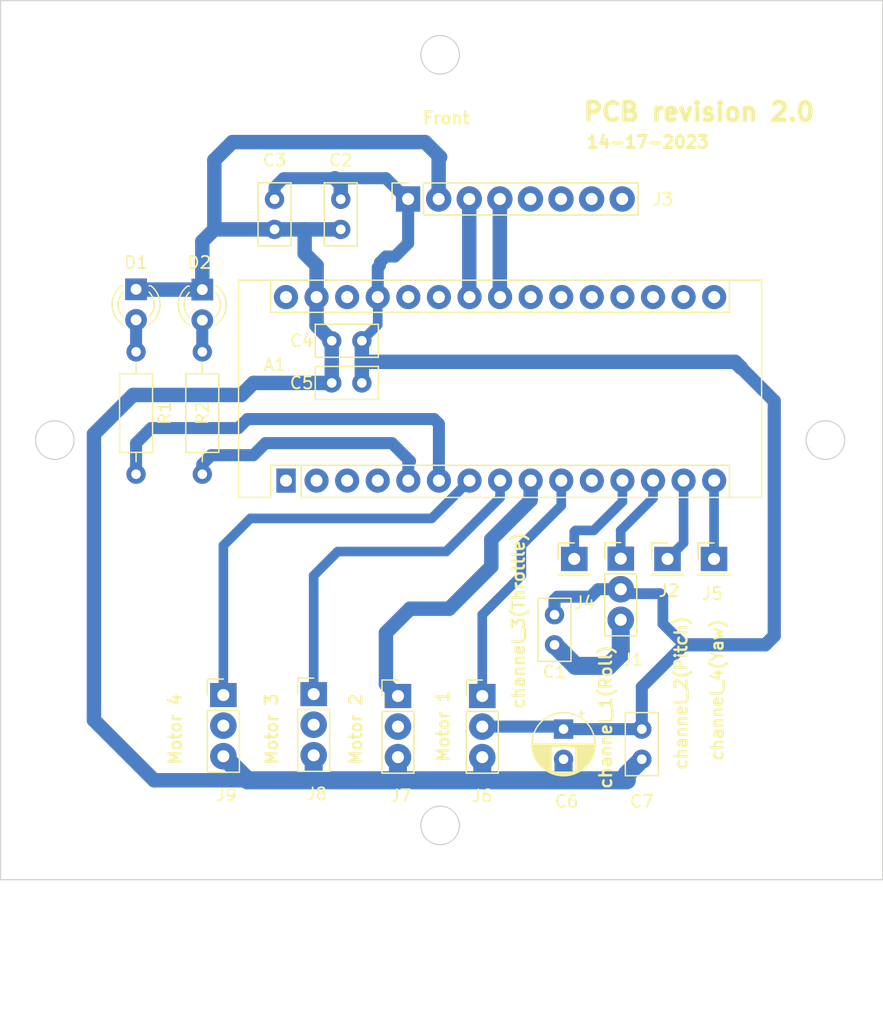
<source format=kicad_pcb>
(kicad_pcb (version 20211014) (generator pcbnew)
  (layers (0 "F.Cu" signal) (31 "B.Cu" signal) (34 "B.Paste" user) (35 "F.Paste" user) (36 "B.SilkS" user "B.Silkscreen") (37 "F.SilkS" user "F.Silkscreen") (38 "B.Mask" user) (39 "F.Mask" user) (44 "Edge.Cuts" user))
  (net 0 "")
  (net 1 "Net-(D1-Pad2)")
  (net 2 "red_led")
  (net 3 "Net-(D2-Pad2)")
  (net 4 "blue_led")
  (net 8 "GND")
  (net 9 "Motor_4")
  (net 10 "Motor_3")
  (net 11 "Motor_2")
  (net 12 "Motor_1")
  (net 14 "throttle")
  (net 15 "roll")
  (net 16 "pitch")
  (net 17 "yaw")
  (net 25 "SDA")
  (net 26 "SCL")
  (net 29 "+5V")
  (footprint "Capacitor_THT:C_Disc_D5.0mm_W2.5mm_P2.50mm" (layer "F.Cu") (at 168.25 108 -90)
    (fp_text reference "C7" (at 6 0 180) (layer "F.SilkS"))
    (fp_text value ".1u")
    (fp_line (start -1.37 -1.37) (end -1.37 1.37) (layer "F.SilkS") (width 0.12))
    (fp_line (start -1.37 1.37) (end 3.87 1.37) (layer "F.SilkS") (width 0.12))
    (fp_line (start -1.37 -1.37) (end 3.87 -1.37) (layer "F.SilkS") (width 0.12))
    (fp_line (start 3.87 -1.37) (end 3.87 1.37) (layer "F.SilkS") (width 0.12))
    (pad "1" thru_hole circle (at 0 0 270) (size 1.6 1.6) (drill 0.8) (layers *.Cu *.Mask) (net 29 "+5V"))
    (pad "2" thru_hole circle (at 2.5 0 270) (size 1.6 1.6) (drill 0.8) (layers *.Cu *.Mask) (net 8 "GND"))
  )
  (footprint "Capacitor_THT:C_Disc_D5.0mm_W2.5mm_P2.50mm" (layer "F.Cu") (at 143.25 64 -90)
    (fp_text reference "C2" (at -3.25 0 180) (layer "F.SilkS"))
    (fp_text value ".1u")
    (fp_line (start -1.37 -1.37) (end 3.87 -1.37) (layer "F.SilkS") (width 0.12))
    (fp_line (start 3.87 -1.37) (end 3.87 1.37) (layer "F.SilkS") (width 0.12))
    (fp_line (start -1.37 1.37) (end 3.87 1.37) (layer "F.SilkS") (width 0.12))
    (fp_line (start -1.37 -1.37) (end -1.37 1.37) (layer "F.SilkS") (width 0.12))
    (pad "1" thru_hole circle (at 0 0 270) (size 1.6 1.6) (drill 0.8) (layers *.Cu *.Mask) (net 29 "+5V"))
    (pad "2" thru_hole circle (at 2.5 0 270) (size 1.6 1.6) (drill 0.8) (layers *.Cu *.Mask) (net 8 "GND"))
  )
  (footprint "Resistor_THT:R_Axial_DIN0207_L6.3mm_D2.5mm_P10.16mm_Horizontal" (layer "F.Cu") (at 131.75 76.67 -90)
    (fp_text reference "R2" (at 5.08 0 90) (layer "F.SilkS"))
    (fp_text value "220")
    (fp_line (start 1.81 -1.37) (end 1.81 1.37) (layer "F.SilkS") (width 0.12))
    (fp_line (start 1.81 1.37) (end 8.35 1.37) (layer "F.SilkS") (width 0.12))
    (fp_line (start 8.35 -1.37) (end 1.81 -1.37) (layer "F.SilkS") (width 0.12))
    (fp_line (start 9.12 0) (end 8.35 0) (layer "F.SilkS") (width 0.12))
    (fp_line (start 8.35 1.37) (end 8.35 -1.37) (layer "F.SilkS") (width 0.12))
    (fp_line (start 1.04 0) (end 1.81 0) (layer "F.SilkS") (width 0.12))
    (pad "1" thru_hole circle (at 0 0 270) (size 1.6 1.6) (drill 0.8) (layers *.Cu *.Mask) (net 3 "Net-(D2-Pad2)"))
    (pad "2" thru_hole oval (at 10.16 0 270) (size 1.6 1.6) (drill 0.8) (layers *.Cu *.Mask) (net 4 "blue_led"))
  )
  (footprint "Capacitor_THT:C_Disc_D5.0mm_W2.5mm_P2.50mm" (layer "F.Cu") (at 145 79.25 180)
    (fp_text reference "C5" (at 5 0 180) (layer "F.SilkS"))
    (fp_text value ".1u")
    (fp_line (start -1.37 -1.37) (end -1.37 1.37) (layer "F.SilkS") (width 0.12))
    (fp_line (start -1.37 1.37) (end 3.87 1.37) (layer "F.SilkS") (width 0.12))
    (fp_line (start -1.37 -1.37) (end 3.87 -1.37) (layer "F.SilkS") (width 0.12))
    (fp_line (start 3.87 -1.37) (end 3.87 1.37) (layer "F.SilkS") (width 0.12))
    (pad "1" thru_hole circle (at 0 0 180) (size 1.6 1.6) (drill 0.8) (layers *.Cu *.Mask) (net 29 "+5V"))
    (pad "2" thru_hole circle (at 2.5 0 180) (size 1.6 1.6) (drill 0.8) (layers *.Cu *.Mask) (net 8 "GND"))
  )
  (footprint "LED_THT:LED_D3.0mm_FlatTop" (layer "F.Cu") (at 126.25 71.475 -90)
    (fp_text reference "D1" (at -2.225 0 180) (layer "F.SilkS"))
    (fp_text value "LED")
    (fp_line (start -0.29 -1.236) (end -0.29 -1.08) (layer "F.SilkS") (width 0.12))
    (fp_line (start -0.29 1.08) (end -0.29 1.236) (layer "F.SilkS") (width 0.12))
    (fp_arc (start -0.29 -1.235516) (mid 1.366487 -1.987659) (end 2.942335 -1.078608) (layer "F.SilkS") (width 0.12))
    (fp_arc (start 0.229039 -1.08) (mid 1.270117 -1.5) (end 2.31113 -1.079837) (layer "F.SilkS") (width 0.12))
    (fp_arc (start 2.942335 1.078608) (mid 1.366487 1.987659) (end -0.29 1.235516) (layer "F.SilkS") (width 0.12))
    (fp_arc (start 2.31113 1.079837) (mid 1.270117 1.5) (end 0.229039 1.08) (layer "F.SilkS") (width 0.12))
    (pad "1" thru_hole rect (at 0 0 270) (size 1.8 1.8) (drill 0.9) (layers *.Cu *.Mask) (net 8 "GND"))
    (pad "2" thru_hole circle (at 2.54 0 270) (size 1.8 1.8) (drill 0.9) (layers *.Cu *.Mask) (net 1 "Net-(D1-Pad2)"))
  )
  (footprint "Resistor_THT:R_Axial_DIN0207_L6.3mm_D2.5mm_P10.16mm_Horizontal" (layer "F.Cu") (at 126.25 76.67 -90)
    (fp_text reference "R1" (at 5.08 -2.37 90) (layer "F.SilkS"))
    (fp_text value "220")
    (fp_line (start 9.12 0) (end 8.35 0) (layer "F.SilkS") (width 0.12))
    (fp_line (start 8.35 1.37) (end 8.35 -1.37) (layer "F.SilkS") (width 0.12))
    (fp_line (start 1.04 0) (end 1.81 0) (layer "F.SilkS") (width 0.12))
    (fp_line (start 1.81 1.37) (end 8.35 1.37) (layer "F.SilkS") (width 0.12))
    (fp_line (start 8.35 -1.37) (end 1.81 -1.37) (layer "F.SilkS") (width 0.12))
    (fp_line (start 1.81 -1.37) (end 1.81 1.37) (layer "F.SilkS") (width 0.12))
    (pad "1" thru_hole circle (at 0 0 270) (size 1.6 1.6) (drill 0.8) (layers *.Cu *.Mask) (net 1 "Net-(D1-Pad2)"))
    (pad "2" thru_hole oval (at 10.16 0 270) (size 1.6 1.6) (drill 0.8) (layers *.Cu *.Mask) (net 2 "red_led"))
  )
  (footprint "Library:PinHeader_1x03_P2.54mm_Vertical_modified" (layer "F.Cu") (at 156.33 114.14)
    (fp_text reference "J6" (at -1.33 -0.6 unlocked) (layer "F.SilkS"))
    (fp_text value "motor1")
    (fp_line (start -2.66 -7.62) (end 0 -7.62) (layer "F.SilkS") (width 0.12))
    (fp_line (start -2.66 -7.62) (end -2.66 -2.48) (layer "F.SilkS") (width 0.12))
    (fp_line (start -2.66 -8.89) (end -2.66 -10.22) (layer "F.SilkS") (width 0.12))
    (fp_line (start -2.66 -10.22) (end -1.33 -10.22) (layer "F.SilkS") (width 0.12))
    (fp_line (start -2.66 -2.48) (end 0 -2.48) (layer "F.SilkS") (width 0.12))
    (fp_line (start 0 -7.62) (end 0 -2.48) (layer "F.SilkS") (width 0.12))
    (pad "1" thru_hole rect (at -1.33 -8.89) (size 2.2 2) (drill 1) (layers *.Cu *.Mask) (net 12 "Motor_1"))
    (pad "2" thru_hole circle (at -1.33 -6.35) (size 2.2 2.2) (drill 1) (layers *.Cu *.Mask) (net 29 "+5V"))
    (pad "3" thru_hole circle (at -1.33 -3.81) (size 2.2 2.2) (drill 1) (layers *.Cu *.Mask) (net 8 "GND"))
  )
  (footprint "Library:PinHeader_1x01_P2.54mm_Vertical_modified" (layer "F.Cu") (at 172.1875 98.2075)
    (fp_text reference "J2" (at -1.6875 -1.7075 unlocked) (layer "F.SilkS"))
    (fp_text value "reciever_channel_2")
    (fp_line (start -3.13 -4.34) (end -3.13 -5.67) (layer "F.SilkS") (width 0.12))
    (fp_line (start -3.13 -3.01) (end -0.47 -3.01) (layer "F.SilkS") (width 0.12))
    (fp_line (start -3.13 -3.07) (end -3.13 -3.01) (layer "F.SilkS") (width 0.12))
    (fp_line (start -3.13 -5.67) (end -1.8 -5.67) (layer "F.SilkS") (width 0.12))
    (fp_line (start -0.47 -3.07) (end -0.47 -3.01) (layer "F.SilkS") (width 0.12))
    (fp_line (start -3.13 -3.07) (end -0.47 -3.07) (layer "F.SilkS") (width 0.12))
    (pad "1" thru_hole rect (at -1.8 -4.34) (size 2.2 2) (drill 1) (layers *.Cu *.Mask) (net 16 "pitch"))
  )
  (footprint "Library:PinHeader_1x01_P2.54mm_Vertical_modified" (layer "F.Cu") (at 176.05 98.2075)
    (fp_text reference "J5" (at -1.9375 -1.4575 unlocked) (layer "F.SilkS"))
    (fp_text value "reciever_channel_4")
    (fp_line (start -3.13 -3.01) (end -0.47 -3.01) (layer "F.SilkS") (width 0.12))
    (fp_line (start -3.13 -3.07) (end -0.47 -3.07) (layer "F.SilkS") (width 0.12))
    (fp_line (start -3.13 -5.67) (end -1.8 -5.67) (layer "F.SilkS") (width 0.12))
    (fp_line (start -3.13 -4.34) (end -3.13 -5.67) (layer "F.SilkS") (width 0.12))
    (fp_line (start -0.47 -3.07) (end -0.47 -3.01) (layer "F.SilkS") (width 0.12))
    (fp_line (start -3.13 -3.07) (end -3.13 -3.01) (layer "F.SilkS") (width 0.12))
    (pad "1" thru_hole rect (at -1.8 -4.34) (size 2.2 2) (drill 1) (layers *.Cu *.Mask) (net 17 "yaw"))
  )
  (footprint "Capacitor_THT:C_Disc_D5.0mm_W2.5mm_P2.50mm" (layer "F.Cu") (at 145 75.75 180)
    (fp_text reference "C4" (at 5 0 180) (layer "F.SilkS"))
    (fp_text value ".1u")
    (fp_line (start -1.37 1.37) (end 3.87 1.37) (layer "F.SilkS") (width 0.12))
    (fp_line (start -1.37 -1.37) (end -1.37 1.37) (layer "F.SilkS") (width 0.12))
    (fp_line (start 3.87 -1.37) (end 3.87 1.37) (layer "F.SilkS") (width 0.12))
    (fp_line (start -1.37 -1.37) (end 3.87 -1.37) (layer "F.SilkS") (width 0.12))
    (pad "1" thru_hole circle (at 0 0 180) (size 1.6 1.6) (drill 0.8) (layers *.Cu *.Mask) (net 29 "+5V"))
    (pad "2" thru_hole circle (at 2.5 0 180) (size 1.6 1.6) (drill 0.8) (layers *.Cu *.Mask) (net 8 "GND"))
  )
  (footprint "Capacitor_THT:C_Disc_D5.0mm_W2.5mm_P2.50mm" (layer "F.Cu") (at 137.75 64 -90)
    (fp_text reference "C3" (at -3.25 0 180) (layer "F.SilkS"))
    (fp_text value ".1u")
    (fp_line (start 3.87 -1.37) (end 3.87 1.37) (layer "F.SilkS") (width 0.12))
    (fp_line (start -1.37 -1.37) (end 3.87 -1.37) (layer "F.SilkS") (width 0.12))
    (fp_line (start -1.37 -1.37) (end -1.37 1.37) (layer "F.SilkS") (width 0.12))
    (fp_line (start -1.37 1.37) (end 3.87 1.37) (layer "F.SilkS") (width 0.12))
    (pad "1" thru_hole circle (at 0 0 270) (size 1.6 1.6) (drill 0.8) (layers *.Cu *.Mask) (net 29 "+5V"))
    (pad "2" thru_hole circle (at 2.5 0 270) (size 1.6 1.6) (drill 0.8) (layers *.Cu *.Mask) (net 8 "GND"))
  )
  (footprint "Library:PinHeader_1x03_P2.54mm_Vertical_modified" (layer "F.Cu") (at 134.83 114.06)
    (fp_text reference "J9" (at -1.08 -0.6 unlocked) (layer "F.SilkS"))
    (fp_text value "motor4")
    (fp_line (start 0 -7.62) (end 0 -2.48) (layer "F.SilkS") (width 0.12))
    (fp_line (start -2.66 -7.62) (end 0 -7.62) (layer "F.SilkS") (width 0.12))
    (fp_line (start -2.66 -8.89) (end -2.66 -10.22) (layer "F.SilkS") (width 0.12))
    (fp_line (start -2.66 -10.22) (end -1.33 -10.22) (layer "F.SilkS") (width 0.12))
    (fp_line (start -2.66 -2.48) (end 0 -2.48) (layer "F.SilkS") (width 0.12))
    (fp_line (start -2.66 -7.62) (end -2.66 -2.48) (layer "F.SilkS") (width 0.12))
    (pad "1" thru_hole rect (at -1.33 -8.89) (size 2.2 2) (drill 1) (layers *.Cu *.Mask) (net 9 "Motor_4"))
    (pad "2" thru_hole circle (at -1.33 -6.35) (size 2.2 2.2) (drill 1) (layers *.Cu *.Mask))
    (pad "3" thru_hole circle (at -1.33 -3.81) (size 2.2 2.2) (drill 1) (layers *.Cu *.Mask) (net 8 "GND"))
  )
  (footprint "Capacitor_THT:CP_Radial_D5.0mm_P2.50mm" (layer "F.Cu") (at 161.75 108 -90)
    (fp_text reference "C6" (at 6 -0.25 180) (layer "F.SilkS"))
    (fp_text value "47 u")
    (fp_line (start 2.051 1.04) (end 2.051 2.455) (layer "F.SilkS") (width 0.12))
    (fp_line (start 3.051 -1.864) (end 3.051 -1.04) (layer "F.SilkS") (width 0.12))
    (fp_line (start 2.211 -2.398) (end 2.211 -1.04) (layer "F.SilkS") (width 0.12))
    (fp_line (start 2.011 -2.468) (end 2.011 -1.04) (layer "F.SilkS") (width 0.12))
    (fp_line (start 1.77 1.04) (end 1.77 2.528) (layer "F.SilkS") (width 0.12))
    (fp_line (start 3.411 1.04) (end 3.411 1.443) (layer "F.SilkS") (width 0.12))
    (fp_line (start 2.851 1.04) (end 2.851 2.035) (layer "F.SilkS") (width 0.12))
    (fp_line (start 2.971 -1.937) (end 2.971 -1.04) (layer "F.SilkS") (width 0.12))
    (fp_line (start 1.57 -2.561) (end 1.57 -1.04) (layer "F.SilkS") (width 0.12))
    (fp_line (start 2.971 1.04) (end 2.971 1.937) (layer "F.SilkS") (width 0.12))
    (fp_line (start 2.011 1.04) (end 2.011 2.468) (layer "F.SilkS") (width 0.12))
    (fp_line (start 1.45 -2.573) (end 1.45 2.573) (layer "F.SilkS") (width 0.12))
    (fp_line (start 2.771 1.04) (end 2.771 2.095) (layer "F.SilkS") (width 0.12))
    (fp_line (start 2.291 -2.365) (end 2.291 -1.04) (layer "F.SilkS") (width 0.12))
    (fp_line (start 3.211 -1.699) (end 3.211 -1.04) (layer "F.SilkS") (width 0.12))
    (fp_line (start 1.41 -2.576) (end 1.41 2.576) (layer "F.SilkS") (width 0.12))
    (fp_line (start 1.69 1.04) (end 1.69 2.543) (layer "F.SilkS") (width 0.12))
    (fp_line (start 3.531 1.04) (end 3.531 1.251) (layer "F.SilkS") (width 0.12))
    (fp_line (start 3.091 1.04) (end 3.091 1.826) (layer "F.SilkS") (width 0.12))
    (fp_line (start 1.65 1.04) (end 1.65 2.55) (layer "F.SilkS") (width 0.12))
    (fp_line (start 2.651 1.04) (end 2.651 2.175) (layer "F.SilkS") (width 0.12))
    (fp_line (start 2.611 -2.2) (end 2.611 -1.04) (layer "F.SilkS") (width 0.12))
    (fp_line (start 2.531 -2.247) (end 2.531 -1.04) (layer "F.SilkS") (width 0.12))
    (fp_line (start 1.81 1.04) (end 1.81 2.52) (layer "F.SilkS") (width 0.12))
    (fp_line (start 1.25 -2.58) (end 1.25 2.58) (layer "F.SilkS") (width 0.12))
    (fp_line (start 3.211 1.04) (end 3.211 1.699) (layer "F.SilkS") (width 0.12))
    (fp_line (start 1.53 1.04) (end 1.53 2.565) (layer "F.SilkS") (width 0.12))
    (fp_line (start 1.89 -2.501) (end 1.89 -1.04) (layer "F.SilkS") (width 0.12))
    (fp_line (start 3.331 1.04) (end 3.331 1.554) (layer "F.SilkS") (width 0.12))
    (fp_line (start 3.411 -1.443) (end 3.411 -1.04) (layer "F.SilkS") (width 0.12))
    (fp_line (start 2.531 1.04) (end 2.531 2.247) (layer "F.SilkS") (width 0.12))
    (fp_line (start 1.93 1.04) (end 1.93 2.491) (layer "F.SilkS") (width 0.12))
    (fp_line (start 1.89 1.04) (end 1.89 2.501) (layer "F.SilkS") (width 0.12))
    (fp_line (start 2.451 -2.29) (end 2.451 -1.04) (layer "F.SilkS") (width 0.12))
    (fp_line (start 1.73 1.04) (end 1.73 2.536) (layer "F.SilkS") (width 0.12))
    (fp_line (start 3.251 -1.653) (end 3.251 -1.04) (layer "F.SilkS") (width 0.12))
    (fp_line (start 2.691 1.04) (end 2.691 2.149) (layer "F.SilkS") (width 0.12))
    (fp_line (start 3.051 1.04) (end 3.051 1.864) (layer "F.SilkS") (width 0.12))
    (fp_line (start 2.091 1.04) (end 2.091 2.442) (layer "F.SilkS") (width 0.12))
    (fp_line (start 2.411 -2.31) (end 2.411 -1.04) (layer "F.SilkS") (width 0.12))
    (fp_line (start 2.171 1.04) (end 2.171 2.414) (layer "F.SilkS") (width 0.12))
    (fp_line (start 2.091 -2.442) (end 2.091 -1.04) (layer "F.SilkS") (width 0.12))
    (fp_line (start 2.891 1.04) (end 2.891 2.004) (layer "F.SilkS") (width 0.12))
    (fp_line (start 1.49 1.04) (end 1.49 2.569) (layer "F.SilkS") (width 0.12))
    (fp_line (start 3.291 1.04) (end 3.291 1.605) (layer "F.SilkS") (width 0.12))
    (fp_line (start 3.171 1.04) (end 3.171 1.743) (layer "F.SilkS") (width 0.12))
    (fp_line (start -1.554775 -1.475) (end -1.054775 -1.475) (layer "F.SilkS") (width 0.12))
    (fp_line (start 1.971 -2.48) (end 1.971 -1.04) (layer "F.SilkS") (width 0.12))
    (fp_line (start 1.93 -2.491) (end 1.93 -1.04) (layer "F.SilkS") (width 0.12))
    (fp_line (start 2.771 -2.095) (end 2.771 -1.04) (layer "F.SilkS") (width 0.12))
    (fp_line (start 1.85 -2.511) (end 1.85 -1.04) (layer "F.SilkS") (width 0.12))
    (fp_line (start 1.65 -2.55) (end 1.65 -1.04) (layer "F.SilkS") (width 0.12))
    (fp_line (start 2.731 1.04) (end 2.731 2.122) (layer "F.SilkS") (width 0.12))
    (fp_line (start 3.371 1.04) (end 3.371 1.5) (layer "F.SilkS") (width 0.12))
    (fp_line (start 2.251 -2.382) (end 2.251 -1.04) (layer "F.SilkS") (width 0.12))
    (fp_line (start 2.931 1.04) (end 2.931 1.971) (layer "F.SilkS") (width 0.12))
    (fp_line (start 3.771 -0.677) (end 3.771 0.677) (layer "F.SilkS") (width 0.12))
    (fp_line (start 1.81 -2.52) (end 1.81 -1.04) (layer "F.SilkS") (width 0.12))
    (fp_line (start 3.451 1.04) (end 3.451 1.383) (layer "F.SilkS") (width 0.12))
    (fp_line (start 2.171 -2.414) (end 2.171 -1.04) (layer "F.SilkS") (width 0.12))
    (fp_line (start 1.971 1.04) (end 1.971 2.48) (layer "F.SilkS") (width 0.12))
    (fp_line (start 2.331 -2.348) (end 2.331 -1.04) (layer "F.SilkS") (width 0.12))
    (fp_line (start 1.61 -2.556) (end 1.61 -1.04) (layer "F.SilkS") (width 0.12))
    (fp_line (start 2.571 1.04) (end 2.571 2.224) (layer "F.SilkS") (width 0.12))
    (fp_line (start 2.051 -2.455) (end 2.051 -1.04) (layer "F.SilkS") (width 0.12))
    (fp_line (start 2.131 -2.428) (end 2.131 -1.04) (layer "F.SilkS") (width 0.12))
    (fp_line (start 2.131 1.04) (end 2.131 2.428) (layer "F.SilkS") (width 0.12))
    (fp_line (start 2.731 -2.122) (end 2.731 -1.04) (layer "F.SilkS") (width 0.12))
    (fp_line (start 2.491 -2.268) (end 2.491 -1.04) (layer "F.SilkS") (width 0.12))
    (fp_line (start 1.69 -2.543) (end 1.69 -1.04) (layer "F.SilkS") (width 0.12))
    (fp_line (start 3.691 -0.915) (end 3.691 0.915) (layer "F.SilkS") (width 0.12))
    (fp_line (start 2.291 1.04) (end 2.291 2.365) (layer "F.SilkS") (width 0.12))
    (fp_line (start 2.611 1.04) (end 2.611 2.2) (layer "F.SilkS") (width 0.12))
    (fp_line (start 3.131 -1.785) (end 3.131 -1.04) (layer "F.SilkS") (width 0.12))
    (fp_line (start 2.491 1.04) (end 2.491 2.268) (layer "F.SilkS") (width 0.12))
    (fp_line (start 2.331 1.04) (end 2.331 2.348) (layer "F.SilkS") (width 0.12))
    (fp_line (start 3.091 -1.826) (end 3.091 -1.04) (layer "F.SilkS") (width 0.12))
    (fp_line (start 3.811 -0.518) (end 3.811 0.518) (layer "F.SilkS") (width 0.12))
    (fp_line (start 2.811 -2.065) (end 2.811 -1.04) (layer "F.SilkS") (width 0.12))
    (fp_line (start 3.331 -1.554) (end 3.331 -1.04) (layer "F.SilkS") (width 0.12))
    (fp_line (start 3.171 -1.743) (end 3.171 -1.04) (layer "F.SilkS") (width 0.12))
    (fp_line (start 2.571 -2.224) (end 2.571 -1.04) (layer "F.SilkS") (width 0.12))
    (fp_line (start 2.371 1.04) (end 2.371 2.329) (layer "F.SilkS") (width 0.12))
    (fp_line (start 3.371 -1.5) (end 3.371 -1.04) (layer "F.SilkS") (width 0.12))
    (fp_line (start 2.931 -1.971) (end 2.931 -1.04) (layer "F.SilkS") (width 0.12))
    (fp_line (start 1.49 -2.569) (end 1.49 -1.04) (layer "F.SilkS") (width 0.12))
    (fp_line (start 3.731 -0.805) (end 3.731 0.805) (layer "F.SilkS") (width 0.12))
    (fp_line (start 2.811 1.04) (end 2.811 2.065) (layer "F.SilkS") (width 0.12))
    (fp_line (start 2.651 -2.175) (end 2.651 -1.04) (layer "F.SilkS") (width 0.12))
    (fp_line (start 3.651 -1.011) (end 3.651 1.011) (layer "F.SilkS") (width 0.12))
    (fp_line (start 2.211 1.04) (end 2.211 2.398) (layer "F.SilkS") (width 0.12))
    (fp_line (start 2.851 -2.035) (end 2.851 -1.04) (layer "F.SilkS") (width 0.12))
    (fp_line (start 1.57 1.04) (end 1.57 2.561) (layer "F.SilkS") (width 0.12))
    (fp_line (start 1.37 -2.578) (end 1.37 2.578) (layer "F.SilkS") (width 0.12))
    (fp_line (start 3.451 -1.383) (end 3.451 -1.04) (layer "F.SilkS") (width 0.12))
    (fp_line (start 3.011 -1.901) (end 3.011 -1.04) (layer "F.SilkS") (width 0.12))
    (fp_line (start 2.411 1.04) (end 2.411 2.31) (layer "F.SilkS") (width 0.12))
    (fp_line (start 2.451 1.04) (end 2.451 2.29) (layer "F.SilkS") (width 0.12))
    (fp_line (start 3.571 -1.178) (end 3.571 1.178) (layer "F.SilkS") (width 0.12))
    (fp_line (start 1.77 -2.528) (end 1.77 -1.04) (layer "F.SilkS") (width 0.12))
    (fp_line (start 1.85 1.04) (end 1.85 2.511) (layer "F.SilkS") (width 0.12))
    (fp_line (start 2.251 1.04) (end 2.251 2.382) (layer "F.SilkS") (width 0.12))
    (fp_line (start 2.371 -2.329) (end 2.371 -1.04) (layer "F.SilkS") (width 0.12))
    (fp_line (start 1.29 -2.58) (end 1.29 2.58) (layer "F.SilkS") (width 0.12))
    (fp_line (start 1.73 -2.536) (end 1.73 -1.04) (layer "F.SilkS") (width 0.12))
    (fp_line (start 3.531 -1.251) (end 3.531 -1.04) (layer "F.SilkS") (width 0.12))
    (fp_line (start 3.491 1.04) (end 3.491 1.319) (layer "F.SilkS") (width 0.12))
    (fp_line (start 3.131 1.04) (end 3.131 1.785) (layer "F.SilkS") (width 0.12))
    (fp_line (start 3.611 -1.098) (end 3.611 1.098) (layer "F.SilkS") (width 0.12))
    (fp_line (start 1.53 -2.565) (end 1.53 -1.04) (layer "F.SilkS") (width 0.12))
    (fp_line (start 2.691 -2.149) (end 2.691 -1.04) (layer "F.SilkS") (width 0.12))
    (fp_line (start 3.251 1.04) (end 3.251 1.653) (layer "F.SilkS") (width 0.12))
    (fp_line (start 3.491 -1.319) (end 3.491 -1.04) (layer "F.SilkS") (width 0.12))
    (fp_line (start 3.011 1.04) (end 3.011 1.901) (layer "F.SilkS") (width 0.12))
    (fp_line (start 1.33 -2.579) (end 1.33 2.579) (layer "F.SilkS") (width 0.12))
    (fp_line (start 1.61 1.04) (end 1.61 2.556) (layer "F.SilkS") (width 0.12))
    (fp_line (start 3.291 -1.605) (end 3.291 -1.04) (layer "F.SilkS") (width 0.12))
    (fp_line (start 2.891 -2.004) (end 2.891 -1.04) (layer "F.SilkS") (width 0.12))
    (fp_line (start 3.851 -0.284) (end 3.851 0.284) (layer "F.SilkS") (width 0.12))
    (fp_line (start -1.304775 -1.725) (end -1.304775 -1.225) (layer "F.SilkS") (width 0.12))
    (fp_circle (center 1.25 0) (end 3.87 0) (layer "F.SilkS") (width 0.12) (fill none))
    (pad "1" thru_hole rect (at 0 0 270) (size 1.6 1.6) (drill 0.8) (layers *.Cu *.Mask) (net 29 "+5V"))
    (pad "2" thru_hole circle (at 2.5 0 270) (size 1.6 1.6) (drill 0.8) (layers *.Cu *.Mask) (net 8 "GND"))
  )
  (footprint "Library:PinHeader_1x03_P2.54mm_Vertical_modified" (layer "F.Cu") (at 142.33 113.9825)
    (fp_text reference "J8" (at -1.08 -0.6 unlocked) (layer "F.SilkS"))
    (fp_text value "motor3")
    (fp_line (start -2.66 -7.62) (end 0 -7.62) (layer "F.SilkS") (width 0.12))
    (fp_line (start -2.66 -10.22) (end -1.33 -10.22) (layer "F.SilkS") (width 0.12))
    (fp_line (start -2.66 -8.89) (end -2.66 -10.22) (layer "F.SilkS") (width 0.12))
    (fp_line (start 0 -7.62) (end 0 -2.48) (layer "F.SilkS") (width 0.12))
    (fp_line (start -2.66 -7.62) (end -2.66 -2.48) (layer "F.SilkS") (width 0.12))
    (fp_line (start -2.66 -2.48) (end 0 -2.48) (layer "F.SilkS") (width 0.12))
    (pad "1" thru_hole rect (at -1.33 -8.89) (size 2.2 2) (drill 1) (layers *.Cu *.Mask) (net 10 "Motor_3"))
    (pad "2" thru_hole circle (at -1.33 -6.35) (size 2.2 2.2) (drill 1) (layers *.Cu *.Mask))
    (pad "3" thru_hole circle (at -1.33 -3.81) (size 2.2 2.2) (drill 1) (layers *.Cu *.Mask) (net 8 "GND"))
  )
  (footprint "Library:PinHeader_1x03_P2.54mm_Vertical_modified" (layer "F.Cu") (at 167.83 102.7325)
    (fp_text reference "J1" (at -0.33 -0.4825 unlocked) (layer "F.SilkS"))
    (fp_text value "reciever_channel_1")
    (fp_line (start -2.66 -7.62) (end 0 -7.62) (layer "F.SilkS") (width 0.12))
    (fp_line (start 0 -7.62) (end 0 -2.48) (layer "F.SilkS") (width 0.12))
    (fp_line (start -2.66 -2.48) (end 0 -2.48) (layer "F.SilkS") (width 0.12))
    (fp_line (start -2.66 -10.22) (end -1.33 -10.22) (layer "F.SilkS") (width 0.12))
    (fp_line (start -2.66 -7.62) (end -2.66 -2.48) (layer "F.SilkS") (width 0.12))
    (fp_line (start -2.66 -8.89) (end -2.66 -10.22) (layer "F.SilkS") (width 0.12))
    (pad "1" thru_hole rect (at -1.33 -8.89) (size 2.2 2) (drill 1) (layers *.Cu *.Mask) (net 15 "roll"))
    (pad "2" thru_hole circle (at -1.33 -6.35) (size 2.2 2.2) (drill 1) (layers *.Cu *.Mask) (net 29 "+5V"))
    (pad "3" thru_hole circle (at -1.33 -3.81) (size 2.2 2.2) (drill 1) (layers *.Cu *.Mask) (net 8 "GND"))
  )
  (footprint "Library:PinSocket_1x08_P2.54mm_Vertical_modified" (layer "F.Cu") (at 170.49 65.185 90)
    (fp_text reference "J3" (at 1.185 -0.5 unlocked) (layer "F.SilkS"))
    (fp_text value "MPU 6050 module female header")
    (fp_line (start 2.54 -22.98) (end 2.54 -21.65) (layer "F.SilkS") (width 0.12))
    (fp_line (start 2.54 -20.38) (end 2.54 -2.54) (layer "F.SilkS") (width 0.12))
    (fp_line (start 1.21 -22.98) (end 2.54 -22.98) (layer "F.SilkS") (width 0.12))
    (fp_line (start -0.12 -20.38) (end 2.54 -20.38) (layer "F.SilkS") (width 0.12))
    (fp_line (start -0.12 -20.38) (end -0.12 -2.54) (layer "F.SilkS") (width 0.12))
    (fp_line (start -0.12 -2.54) (end 2.54 -2.54) (layer "F.SilkS") (width 0.12))
    (pad "1" thru_hole rect (at 1.21 -21.65 90) (size 2.1 2) (drill 1) (layers *.Cu *.Mask) (net 29 "+5V"))
    (pad "2" thru_hole circle (at 1.21 -19.11 90) (size 2.1 2.1) (drill 1) (layers *.Cu *.Mask) (net 8 "GND"))
    (pad "3" thru_hole circle (at 1.21 -16.57 90) (size 2.1 2.1) (drill 1) (layers *.Cu *.Mask) (net 26 "SCL"))
    (pad "4" thru_hole circle (at 1.21 -14.03 90) (size 2.1 2.1) (drill 1) (layers *.Cu *.Mask) (net 25 "SDA"))
    (pad "5" thru_hole circle (at 1.21 -11.49 90) (size 2.1 2.1) (drill 1) (layers *.Cu *.Mask))
    (pad "6" thru_hole circle (at 1.21 -8.95 90) (size 2.1 2.1) (drill 1) (layers *.Cu *.Mask))
    (pad "7" thru_hole circle (at 1.21 -6.41 90) (size 2.1 2.1) (drill 1) (layers *.Cu *.Mask))
    (pad "8" thru_hole circle (at 1.21 -3.87 90) (size 2.1 2.1) (drill 1) (layers *.Cu *.Mask))
  )
  (footprint "Capacitor_THT:C_Disc_D5.0mm_W2.5mm_P2.50mm" (layer "F.Cu") (at 161 98.5 -90)
    (fp_text reference "C1" (at 4.75 0 180) (layer "F.SilkS"))
    (fp_text value ".1u")
    (fp_line (start -1.37 -1.37) (end 3.87 -1.37) (layer "F.SilkS") (width 0.12))
    (fp_line (start -1.37 1.37) (end 3.87 1.37) (layer "F.SilkS") (width 0.12))
    (fp_line (start -1.37 -1.37) (end -1.37 1.37) (layer "F.SilkS") (width 0.12))
    (fp_line (start 3.87 -1.37) (end 3.87 1.37) (layer "F.SilkS") (width 0.12))
    (pad "1" thru_hole circle (at 0 0 270) (size 1.6 1.6) (drill 0.8) (layers *.Cu *.Mask) (net 29 "+5V"))
    (pad "2" thru_hole circle (at 2.5 0 270) (size 1.6 1.6) (drill 0.8) (layers *.Cu *.Mask) (net 8 "GND"))
  )
  (footprint "Library:PinHeader_1x01_P2.54mm_Vertical_modified" (layer "F.Cu") (at 164.4375 98.2075)
    (fp_text reference "J4" (at -0.9375 -0.7075 unlocked) (layer "F.SilkS"))
    (fp_text value "reciever_channel_3")
    (fp_line (start -3.13 -5.67) (end -1.8 -5.67) (layer "F.SilkS") (width 0.12))
    (fp_line (start -3.13 -4.34) (end -3.13 -5.67) (layer "F.SilkS") (width 0.12))
    (fp_line (start -3.13 -3.01) (end -0.47 -3.01) (layer "F.SilkS") (width 0.12))
    (fp_line (start -3.13 -3.07) (end -0.47 -3.07) (layer "F.SilkS") (width 0.12))
    (fp_line (start -0.47 -3.07) (end -0.47 -3.01) (layer "F.SilkS") (width 0.12))
    (fp_line (start -3.13 -3.07) (end -3.13 -3.01) (layer "F.SilkS") (width 0.12))
    (pad "1" thru_hole rect (at -1.8 -4.34) (size 2.2 2) (drill 1) (layers *.Cu *.Mask) (net 14 "throttle"))
  )
  (footprint "LED_THT:LED_D3.0mm_FlatTop" (layer "F.Cu") (at 131.75 71.5 -90)
    (fp_text reference "D2" (at -2.25 0.25 180) (layer "F.SilkS"))
    (fp_text value "LED")
    (fp_line (start -0.29 1.08) (end -0.29 1.236) (layer "F.SilkS") (width 0.12))
    (fp_line (start -0.29 -1.236) (end -0.29 -1.08) (layer "F.SilkS") (width 0.12))
    (fp_arc (start 0.229039 -1.08) (mid 1.270117 -1.5) (end 2.31113 -1.079837) (layer "F.SilkS") (width 0.12))
    (fp_arc (start -0.29 -1.235516) (mid 1.366487 -1.987659) (end 2.942335 -1.078608) (layer "F.SilkS") (width 0.12))
    (fp_arc (start 2.942335 1.078608) (mid 1.366487 1.987659) (end -0.29 1.235516) (layer "F.SilkS") (width 0.12))
    (fp_arc (start 2.31113 1.079837) (mid 1.270117 1.5) (end 0.229039 1.08) (layer "F.SilkS") (width 0.12))
    (pad "1" thru_hole rect (at 0 0 270) (size 1.8 1.8) (drill 0.9) (layers *.Cu *.Mask) (net 8 "GND"))
    (pad "2" thru_hole circle (at 2.54 0 270) (size 1.8 1.8) (drill 0.9) (layers *.Cu *.Mask) (net 3 "Net-(D2-Pad2)"))
  )
  (footprint "Library:Arduino_Nano_modified0" (layer "F.Cu") (at 138.7 87.36 90)
    (fp_text reference "A1" (at 9.61 -0.95 180) (layer "F.SilkS"))
    (fp_text value "Arduino_Nano_v2.x")
    (fp_line (start 16.64 39.5) (end 16.64 -3.94) (layer "F.SilkS") (width 0.12))
    (fp_line (start -1.4 1.27) (end -1.4 39.5) (layer "F.SilkS") (width 0.12))
    (fp_line (start 13.97 -1.27) (end 13.97 36.83) (layer "F.SilkS") (width 0.12))
    (fp_line (start 1.27 1.27) (end 1.27 -1.27) (layer "F.SilkS") (width 0.12))
    (fp_line (start -1.4 -3.94) (end -1.4 -1.27) (layer "F.SilkS") (width 0.12))
    (fp_line (start 13.97 36.83) (end 16.64 36.83) (layer "F.SilkS") (width 0.12))
    (fp_line (start 13.97 -1.27) (end 16.64 -1.27) (layer "F.SilkS") (width 0.12))
    (fp_line (start 1.27 1.27) (end -1.4 1.27) (layer "F.SilkS") (width 0.12))
    (fp_line (start 1.27 -1.27) (end -1.4 -1.27) (layer "F.SilkS") (width 0.12))
    (fp_line (start -1.4 39.5) (end 16.64 39.5) (layer "F.SilkS") (width 0.12))
    (fp_line (start 1.27 1.27) (end 1.27 36.83) (layer "F.SilkS") (width 0.12))
    (fp_line (start 1.27 36.83) (end -1.4 36.83) (layer "F.SilkS") (width 0.12))
    (fp_line (start 16.64 -3.94) (end -1.4 -3.94) (layer "F.SilkS") (width 0.12))
    (pad "1" thru_hole rect (at 0 0 90) (size 2 1.6) (drill 1) (layers *.Cu *.Mask))
    (pad "2" thru_hole circle (at 0 2.54 90) (size 2 2) (drill 1) (layers *.Cu *.Mask))
    (pad "3" thru_hole circle (at 0 5.08 90) (size 2 2) (drill 1) (layers *.Cu *.Mask))
    (pad "4" thru_hole circle (at 0 7.62 90) (size 2 2) (drill 1) (layers *.Cu *.Mask) (net 8 "GND"))
    (pad "5" thru_hole circle (at 0 10.16 90) (size 2 2) (drill 1) (layers *.Cu *.Mask) (net 4 "blue_led"))
    (pad "6" thru_hole circle (at 0 12.7 90) (size 2 2) (drill 1) (layers *.Cu *.Mask) (net 2 "red_led"))
    (pad "7" thru_hole circle (at 0 15.24 90) (size 2 2) (drill 1) (layers *.Cu *.Mask) (net 9 "Motor_4"))
    (pad "8" thru_hole circle (at 0 17.78 90) (size 2 2) (drill 1) (layers *.Cu *.Mask) (net 10 "Motor_3"))
    (pad "9" thru_hole circle (at 0 20.32 90) (size 2 2) (drill 1) (layers *.Cu *.Mask) (net 11 "Motor_2"))
    (pad "10" thru_hole circle (at 0 22.86 90) (size 2 2) (drill 1) (layers *.Cu *.Mask) (net 12 "Motor_1"))
    (pad "11" thru_hole circle (at 0 25.4 90) (size 2 2) (drill 1) (layers *.Cu *.Mask))
    (pad "12" thru_hole circle (at 0 27.94 90) (size 2 2) (drill 1) (layers *.Cu *.Mask) (net 14 "throttle"))
    (pad "13" thru_hole circle (at 0 30.48 90) (size 2 2) (drill 1) (layers *.Cu *.Mask) (net 15 "roll"))
    (pad "14" thru_hole circle (at 0 33.02 90) (size 2 2) (drill 1) (layers *.Cu *.Mask) (net 16 "pitch"))
    (pad "15" thru_hole circle (at 0 35.56 90) (size 2 2) (drill 1) (layers *.Cu *.Mask) (net 17 "yaw"))
    (pad "16" thru_hole circle (at 15.24 35.56 90) (size 2 2) (drill 1) (layers *.Cu *.Mask))
    (pad "17" thru_hole circle (at 15.24 33.02 90) (size 2 2) (drill 1) (layers *.Cu *.Mask))
    (pad "18" thru_hole circle (at 15.24 30.48 90) (size 2 2) (drill 1) (layers *.Cu *.Mask))
    (pad "19" thru_hole circle (at 15.24 27.94 90) (size 2 2) (drill 1) (layers *.Cu *.Mask))
    (pad "20" thru_hole circle (at 15.24 25.4 90) (size 2 2) (drill 1) (layers *.Cu *.Mask))
    (pad "21" thru_hole circle (at 15.24 22.86 90) (size 2 2) (drill 1) (layers *.Cu *.Mask))
    (pad "22" thru_hole circle (at 15.24 20.32 90) (size 2 2) (drill 1) (layers *.Cu *.Mask))
    (pad "23" thru_hole circle (at 15.24 17.78 90) (size 2 2) (drill 1) (layers *.Cu *.Mask) (net 25 "SDA"))
    (pad "24" thru_hole circle (at 15.24 15.24 90) (size 2 2) (drill 1) (layers *.Cu *.Mask) (net 26 "SCL"))
    (pad "25" thru_hole circle (at 15.24 12.7 90) (size 2 2) (drill 1) (layers *.Cu *.Mask))
    (pad "26" thru_hole circle (at 15.24 10.16 90) (size 2 2) (drill 1) (layers *.Cu *.Mask))
    (pad "27" thru_hole circle (at 15.24 7.62 90) (size 2 2) (drill 1) (layers *.Cu *.Mask) (net 29 "+5V"))
    (pad "28" thru_hole circle (at 15.24 5.08 90) (size 2 2) (drill 1) (layers *.Cu *.Mask))
    (pad "29" thru_hole circle (at 15.24 2.54 90) (size 2 2) (drill 1) (layers *.Cu *.Mask) (net 8 "GND"))
    (pad "30" thru_hole circle (at 15.24 0 90) (size 2 2) (drill 1) (layers *.Cu *.Mask))
  )
  (footprint "Library:PinHeader_1x03_P2.54mm_Vertical_modified" (layer "F.Cu") (at 149.33 114.14)
    (fp_text reference "J7" (at -1.08 -0.6 unlocked) (layer "F.SilkS"))
    (fp_text value "motor2")
    (fp_line (start -2.66 -7.62) (end 0 -7.62) (layer "F.SilkS") (width 0.12))
    (fp_line (start -2.66 -7.62) (end -2.66 -2.48) (layer "F.SilkS") (width 0.12))
    (fp_line (start -2.66 -2.48) (end 0 -2.48) (layer "F.SilkS") (width 0.12))
    (fp_line (start -2.66 -10.22) (end -1.33 -10.22) (layer "F.SilkS") (width 0.12))
    (fp_line (start -2.66 -8.89) (end -2.66 -10.22) (layer "F.SilkS") (width 0.12))
    (fp_line (start 0 -7.62) (end 0 -2.48) (layer "F.SilkS") (width 0.12))
    (pad "1" thru_hole rect (at -1.33 -8.89) (size 2.2 2) (drill 1) (layers *.Cu *.Mask) (net 11 "Motor_2"))
    (pad "2" thru_hole circle (at -1.33 -6.35) (size 2.2 2.2) (drill 1) (layers *.Cu *.Mask))
    (pad "3" thru_hole circle (at -1.33 -3.81) (size 2.2 2.2) (drill 1) (layers *.Cu *.Mask) (net 8 "GND"))
  )
  (gr_circle (center 151.5 116) (end 152.75 115) (layer "Edge.Cuts") (width 0.1) (fill none))
  (gr_line (start 188.25 120.5) (end 115 120.5) (layer "Edge.Cuts") (width 0.1))
  (gr_circle (center 151.5 52) (end 152.75 51) (layer "Edge.Cuts") (width 0.1) (fill none))
  (gr_circle (center 183.5 84) (end 184.5 82.75) (layer "Edge.Cuts") (width 0.1) (fill none))
  (gr_line (start 115 120.5) (end 115 47.5) (layer "Edge.Cuts") (width 0.1))
  (gr_line (start 188.25 47.5) (end 188.25 120.5) (layer "Edge.Cuts") (width 0.1))
  (gr_circle (center 119.5 84) (end 120.5 82.75) (layer "Edge.Cuts") (width 0.1) (fill none))
  (gr_line (start 115 47.5) (end 188.25 47.5) (layer "Edge.Cuts") (width 0.1))
  (gr_text "channel_2(Pitch)" (at 171.5 105 90) (layer "F.SilkS") (effects (font (size 1 1) (thickness 0.2))))
  (gr_text "channel_3(Throttle)" (at 158 99 90) (layer "F.SilkS") (effects (font (size 1 1) (thickness 0.2))))
  (gr_text "Front" (at 152 57.25) (layer "F.SilkS") (effects (font (size 1 1) (thickness 0.2))))
  (gr_text "Motor 4\n" (at 129.5 108 90) (layer "F.SilkS") (effects (font (size 1 1) (thickness 0.2))))
  (gr_text "channel_4(Yaw)" (at 174.5 104.75 90) (layer "F.SilkS") (effects (font (size 1 1) (thickness 0.2))))
  (gr_text "Motor 3\n" (at 137.5 108 90) (layer "F.SilkS") (effects (font (size 1 1) (thickness 0.2))))
  (gr_text "14-17-2023" (at 168.75 59.25) (layer "F.SilkS") (effects (font (size 1 1) (thickness 0.25))))
  (gr_text "channel_1(Roll)" (at 165.25 107 90) (layer "F.SilkS") (effects (font (size 1 1) (thickness 0.2))))
  (gr_text "PCB revision 2.0\n" (at 173 56.75) (layer "F.SilkS") (effects (font (size 1.5 1.5) (thickness 0.375))))
  (gr_text "Motor 2\n" (at 144.5 108 90) (layer "F.SilkS") (effects (font (size 1 1) (thickness 0.2))))
  (gr_text "Motor 1" (at 151.75 107.75 90) (layer "F.SilkS") (effects (font (size 1 1) (thickness 0.2))))
  (segment (start 126.25 76.67) (end 126.25 74.015) (width 1) (layer "B.Cu") (net 1))
  (segment (start 135.5 82.25) (end 134.75 83) (width 1) (layer "B.Cu") (net 2))
  (segment (start 151.4 82.65) (end 151 82.25) (width 1) (layer "B.Cu") (net 2))
  (segment (start 134.75 83) (end 127.5 83) (width 1) (layer "B.Cu") (net 2))
  (segment (start 151 82.25) (end 135.5 82.25) (width 1) (layer "B.Cu") (net 2))
  (segment (start 126.25 84.25) (end 126.25 86.83) (width 1) (layer "B.Cu") (net 2))
  (segment (start 151.4 87.36) (end 151.4 82.65) (width 1) (layer "B.Cu") (net 2))
  (segment (start 151.75 87.01) (end 151.4 87.36) (width 0.7) (layer "B.Cu") (net 2))
  (segment (start 127.5 83) (end 126.25 84.25) (width 1) (layer "B.Cu") (net 2))
  (segment (start 131.75 76.67) (end 131.75 74.04) (width 1) (layer "B.Cu") (net 3))
  (segment (start 132.5 85.25) (end 136 85.25) (width 1) (layer "B.Cu") (net 4))
  (segment (start 136 85.25) (end 137 84.25) (width 1) (layer "B.Cu") (net 4))
  (segment (start 137 84.25) (end 147.5 84.25) (width 1) (layer "B.Cu") (net 4))
  (segment (start 131.75 86.83) (end 131.75 86) (width 1) (layer "B.Cu") (net 4))
  (segment (start 149 85.75) (end 148.86 85.89) (width 1) (layer "B.Cu") (net 4))
  (segment (start 148.86 85.89) (end 148.86 87.36) (width 1) (layer "B.Cu") (net 4))
  (segment (start 131.75 86) (end 132.5 85.25) (width 1) (layer "B.Cu") (net 4))
  (segment (start 147.5 84.25) (end 149 85.75) (width 1) (layer "B.Cu") (net 4))
  (segment (start 133.5 110.25) (end 135.5 112.25) (width 1.5) (layer "B.Cu") (net 8))
  (segment (start 161.75 110.5) (end 161.75 112.25) (width 1.5) (layer "B.Cu") (net 8))
  (segment (start 148 110.33) (end 148 112.25) (width 1.5) (layer "B.Cu") (net 8))
  (segment (start 166.5 101.75) (end 166.5 98.9225) (width 1.5) (layer "B.Cu") (net 8))
  (segment (start 142.5 79.25) (end 136 79.25) (width 1.2) (layer "B.Cu") (net 8))
  (segment (start 151.38 60.62) (end 151.5 60.5) (width 1.2) (layer "B.Cu") (net 8))
  (segment (start 151.38 63.975) (end 151.38 60.62) (width 1.2) (layer "B.Cu") (net 8))
  (segment (start 134.25 59.25) (end 132.75 60.75) (width 1.2) (layer "B.Cu") (net 8))
  (segment (start 141 110.1725) (end 141 112) (width 1.5) (layer "B.Cu") (net 8))
  (segment (start 155 112) (end 155.25 112.25) (width 1.5) (layer "B.Cu") (net 8))
  (segment (start 140.25 66.5) (end 140.25 68.5) (width 1.2) (layer "B.Cu") (net 8))
  (segment (start 141.24 72.12) (end 141.24 74.49) (width 1.2) (layer "B.Cu") (net 8))
  (segment (start 135 80.25) (end 126 80.25) (width 1.2) (layer "B.Cu") (net 8))
  (segment (start 131.75 71.5) (end 126.275 71.5) (width 1.2) (layer "B.Cu") (net 8))
  (segment (start 155 110.33) (end 155 112) (width 1.5) (layer "B.Cu") (net 8))
  (segment (start 137.75 66.5) (end 132.75 66.5) (width 1.2) (layer "B.Cu") (net 8))
  (segment (start 141.24 69.51) (end 141.24 72.12) (width 1.2) (layer "B.Cu") (net 8))
  (segment (start 140.75 112.25) (end 148 112.25) (width 1.5) (layer "B.Cu") (net 8))
  (segment (start 161 101) (end 162.75 102.75) (width 1.5) (layer "B.Cu") (net 8))
  (segment (start 162.75 102.75) (end 165.5 102.75) (width 1.5) (layer "B.Cu") (net 8))
  (segment (start 122.75 83.5) (end 122.75 107.25) (width 1.2) (layer "B.Cu") (net 8))
  (segment (start 135.5 112.25) (end 140.75 112.25) (width 1.5) (layer "B.Cu") (net 8))
  (segment (start 141 112) (end 140.75 112.25) (width 1.5) (layer "B.Cu") (net 8))
  (segment (start 126 80.25) (end 122.75 83.5) (width 1.2) (layer "B.Cu") (net 8))
  (segment (start 150.25 59.25) (end 134.25 59.25) (width 1.2) (layer "B.Cu") (net 8))
  (segment (start 165.5 102.75) (end 166.5 101.75) (width 1.5) (layer "B.Cu") (net 8))
  (segment (start 131.75 67.5) (end 131.75 71.5) (width 1.2) (layer "B.Cu") (net 8))
  (segment (start 148 112.25) (end 155.25 112.25) (width 1.5) (layer "B.Cu") (net 8))
  (segment (start 132.75 60.75) (end 132.75 66.5) (width 1.2) (layer "B.Cu") (net 8))
  (segment (start 140.25 68.5) (end 141.25 69.5) (width 1.2) (layer "B.Cu") (net 8))
  (segment (start 151.5 60.5) (end 150.25 59.25) (width 1.2) (layer "B.Cu") (net 8))
  (segment (start 141.24 74.49) (end 142.5 75.75) (width 1.2) (layer "B.Cu") (net 8))
  (segment (start 140.25 66.5) (end 137.75 66.5) (width 1.2) (layer "B.Cu") (net 8))
  (segment (start 167 112.25) (end 167 111.75) (width 1.5) (layer "B.Cu") (net 8))
  (segment (start 122.75 107.25) (end 127.75 112.25) (width 1.2) (layer "B.Cu") (net 8))
  (segment (start 132.75 66.5) (end 131.75 67.5) (width 1.2) (layer "B.Cu") (net 8))
  (segment (start 136 79.25) (end 135 80.25) (width 1.2) (layer "B.Cu") (net 8))
  (segment (start 161.75 112.25) (end 167 112.25) (width 1.5) (layer "B.Cu") (net 8))
  (segment (start 141.25 69.5) (end 141.24 69.51) (width 1.2) (layer "B.Cu") (net 8))
  (segment (start 155.25 112.25) (end 161.75 112.25) (width 1.5) (layer "B.Cu") (net 8))
  (segment (start 167 111.75) (end 168.25 110.5) (width 1.5) (layer "B.Cu") (net 8))
  (segment (start 143.25 66.5) (end 140.25 66.5) (width 1.2) (layer "B.Cu") (net 8))
  (segment (start 126.275 71.5) (end 126.25 71.475) (width 1.2) (layer "B.Cu") (net 8))
  (segment (start 142.5 75.75) (end 142.5 79.25) (width 1.2) (layer "B.Cu") (net 8))
  (segment (start 127.75 112.25) (end 135.5 112.25) (width 1.2) (layer "B.Cu") (net 8))
  (segment (start 133.5 105.17) (end 133.5 92.75) (width 0.8) (layer "B.Cu") (net 9))
  (segment (start 135.75 90.5) (end 150.8 90.5) (width 0.8) (layer "B.Cu") (net 9))
  (segment (start 133.5 92.75) (end 135.75 90.5) (width 0.8) (layer "B.Cu") (net 9))
  (segment (start 150.8 90.5) (end 153.94 87.36) (width 0.8) (layer "B.Cu") (net 9))
  (segment (start 141 95.25) (end 143 93.25) (width 0.8) (layer "B.Cu") (net 10))
  (segment (start 152 93.25) (end 156.48 88.77) (width 0.8) (layer "B.Cu") (net 10))
  (segment (start 141 105.0925) (end 141 95.25) (width 0.8) (layer "B.Cu") (net 10))
  (segment (start 156.48 88.77) (end 156.48 87.36) (width 0.8) (layer "B.Cu") (net 10))
  (segment (start 143 93.25) (end 152 93.25) (width 0.8) (layer "B.Cu") (net 10))
  (segment (start 147 100) (end 147 104.25) (width 1.2) (layer "B.Cu") (net 11))
  (segment (start 159.02 88.98) (end 155.75 92.25) (width 1.2) (layer "B.Cu") (net 11))
  (segment (start 155.75 92.25) (end 155.75 94.5) (width 1.2) (layer "B.Cu") (net 11))
  (segment (start 159.25 87.13) (end 159.02 87.36) (width 1.2) (layer "B.Cu") (net 11))
  (segment (start 159.02 87.36) (end 159.02 88.98) (width 1.2) (layer "B.Cu") (net 11))
  (segment (start 152.25 98) (end 149 98) (width 1.2) (layer "B.Cu") (net 11))
  (segment (start 147 104.25) (end 148 105.25) (width 1.2) (layer "B.Cu") (net 11))
  (segment (start 155.75 94.5) (end 152.25 98) (width 1.2) (layer "B.Cu") (net 11))
  (segment (start 149 98) (end 147 100) (width 1.2) (layer "B.Cu") (net 11))
  (segment (start 161.56 89.44) (end 158.25 92.75) (width 0.8) (layer "B.Cu") (net 12))
  (segment (start 158.25 95.25) (end 155 98.5) (width 0.8) (layer "B.Cu") (net 12))
  (segment (start 161.56 87.36) (end 161.56 89.44) (width 0.8) (layer "B.Cu") (net 12))
  (segment (start 158.25 92.75) (end 158.25 95.25) (width 0.8) (layer "B.Cu") (net 12))
  (segment (start 155 98.5) (end 155 105.25) (width 0.8) (layer "B.Cu") (net 12))
  (segment (start 166.64 89.11) (end 164.25 91.5) (width 0.8) (layer "B.Cu") (net 14))
  (segment (start 162.75 91.5) (end 162.6375 91.6125) (width 0.8) (layer "B.Cu") (net 14))
  (segment (start 166.64 87.36) (end 166.64 89.11) (width 0.8) (layer "B.Cu") (net 14))
  (segment (start 164.25 91.5) (end 162.75 91.5) (width 0.8) (layer "B.Cu") (net 14))
  (segment (start 162.6375 91.6125) (end 162.6375 93.8675) (width 0.8) (layer "B.Cu") (net 14))
  (segment (start 169.18 88.82) (end 166.5 91.5) (width 0.8) (layer "B.Cu") (net 15))
  (segment (start 166.5 91.5) (end 166.5 93.8425) (width 0.8) (layer "B.Cu") (net 15))
  (segment (start 169.18 87.36) (end 169.18 88.82) (width 0.8) (layer "B.Cu") (net 15))
  (segment (start 171.72 87.36) (end 171.72 92.535) (width 0.8) (layer "B.Cu") (net 16))
  (segment (start 171.72 92.535) (end 170.3875 93.8675) (width 0.8) (layer "B.Cu") (net 16))
  (segment (start 174.25 93.8675) (end 174.25 87.37) (width 0.8) (layer "B.Cu") (net 17))
  (segment (start 174.25 87.37) (end 174.26 87.36) (width 0.25) (layer "B.Cu") (net 17))
  (segment (start 156.46 72.1) (end 156.48 72.12) (width 1.2) (layer "B.Cu") (net 25))
  (segment (start 156.46 63.975) (end 156.46 72.1) (width 1.2) (layer "B.Cu") (net 25))
  (segment (start 153.92 63.975) (end 153.92 72.1) (width 1.2) (layer "B.Cu") (net 26))
  (segment (start 153.92 72.1) (end 153.94 72.12) (width 1.2) (layer "B.Cu") (net 26))
  (segment (start 179.25 100.25) (end 178.5 101) (width 1.1) (layer "B.Cu") (net 29))
  (segment (start 145 77.5) (end 176 77.5) (width 1.2) (layer "B.Cu") (net 29))
  (segment (start 148.84 63.84) (end 148.5 63.5) (width 1) (layer "B.Cu") (net 29))
  (segment (start 146.32 74.43) (end 145 75.75) (width 0.8) (layer "B.Cu") (net 29))
  (segment (start 166.8675 96.75) (end 166.5 96.3825) (width 0.9) (layer "B.Cu") (net 29))
  (segment (start 176.5 78) (end 179.25 80.75) (width 1.1) (layer "B.Cu") (net 29))
  (segment (start 148.84 67.66) (end 147.75 68.75) (width 1) (layer "B.Cu") (net 29))
  (segment (start 148.725 63.975) (end 147 62.25) (width 1) (layer "B.Cu") (net 29))
  (segment (start 164.6175 96.3825) (end 166.5 96.3825) (width 1) (layer "B.Cu") (net 29))
  (segment (start 161 98.5) (end 161 97.25) (width 1) (layer "B.Cu") (net 29))
  (segment (start 179.25 80.75) (end 179.25 100.25) (width 1.1) (layer "B.Cu") (net 29))
  (segment (start 148.84 63.975) (end 148.84 67.66) (width 1) (layer "B.Cu") (net 29))
  (segment (start 142.75 62.25) (end 138.5 62.25) (width 1) (layer "B.Cu") (net 29))
  (segment (start 147.75 68.75) (end 147 68.75) (width 1) (layer "B.Cu") (net 29))
  (segment (start 137.75 63) (end 137.75 64) (width 1) (layer "B.Cu") (net 29))
  (segment (start 138.5 62.25) (end 137.75 63) (width 1) (layer "B.Cu") (net 29))
  (segment (start 146.25 72.19) (end 146.32 72.12) (width 0.8) (layer "B.Cu") (net 29))
  (segment (start 170 97) (end 169.75 96.75) (width 0.9) (layer "B.Cu") (net 29))
  (segment (start 161 97.25) (end 161.25 97) (width 1) (layer "B.Cu") (net 29))
  (segment (start 147 62.25) (end 142.75 62.25) (width 1) (layer "B.Cu") (net 29))
  (segment (start 148.84 63.975) (end 148.725 63.975) (width 1) (layer "B.Cu") (net 29))
  (segment (start 171.75 101) (end 170 99.25) (width 0.9) (layer "B.Cu") (net 29))
  (segment (start 146.5 69.5) (end 146.32 69.68) (width 1) (layer "B.Cu") (net 29))
  (segment (start 146.5 69.25) (end 146.5 69.5) (width 1) (layer "B.Cu") (net 29))
  (segment (start 143.25 62.75) (end 142.75 62.25) (width 1.2) (layer "B.Cu") (net 29))
  (segment (start 169.75 96.75) (end 166.8675 96.75) (width 0.9) (layer "B.Cu") (net 29))
  (segment (start 143.25 64) (end 143.25 62.75) (width 1.2) (layer "B.Cu") (net 29))
  (segment (start 148.84 63.975) (end 148.84 63.84) (width 1) (layer "B.Cu") (net 29))
  (segment (start 161.25 97) (end 164 97) (width 1) (layer "B.Cu") (net 29))
  (segment (start 161.54 107.79) (end 161.75 108) (width 1) (layer "B.Cu") (net 29))
  (segment (start 146.32 72.12) (end 146.32 74.43) (width 0.8) (layer "B.Cu") (net 29))
  (segment (start 146.32 69.68) (end 146.32 72.12) (width 1) (layer "B.Cu") (net 29))
  (segment (start 161.75 108) (end 168.25 108) (width 1) (layer "B.Cu") (net 29))
  (segment (start 168.25 104.5) (end 171.75 101) (width 1) (layer "B.Cu") (net 29))
  (segment (start 147 68.75) (end 146.5 69.25) (width 1) (layer "B.Cu") (net 29))
  (segment (start 145 79.25) (end 145 77.5) (width 1.2) (layer "B.Cu") (net 29))
  (segment (start 170 99.25) (end 170 97) (width 0.9) (layer "B.Cu") (net 29))
  (segment (start 168.25 108) (end 168.25 104.5) (width 1) (layer "B.Cu") (net 29))
  (segment (start 164 97) (end 164.6175 96.3825) (width 1) (layer "B.Cu") (net 29))
  (segment (start 145 77.5) (end 145 75.75) (width 1.2) (layer "B.Cu") (net 29))
  (segment (start 176 77.5) (end 176.5 78) (width 1.2) (layer "B.Cu") (net 29))
  (segment (start 155 107.79) (end 161.54 107.79) (width 1) (layer "B.Cu") (net 29))
  (segment (start 178.5 101) (end 171.75 101) (width 1.1) (layer "B.Cu") (net 29))
)
</source>
